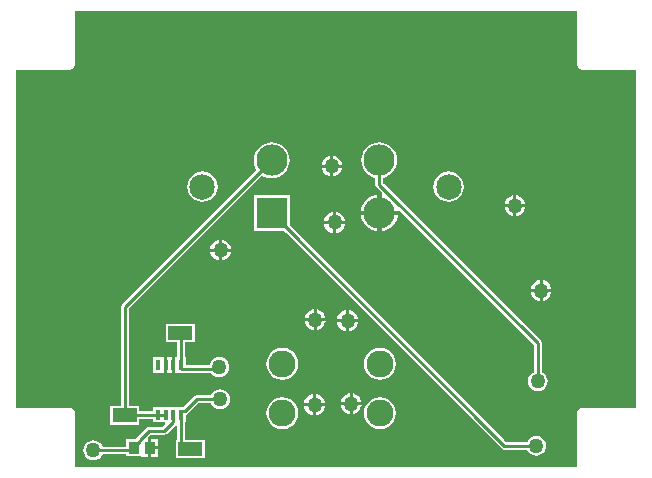
<source format=gtl>
G04*
G04 #@! TF.GenerationSoftware,Altium Limited,Altium Designer,19.1.8 (144)*
G04*
G04 Layer_Physical_Order=1*
G04 Layer_Color=255*
%FSLAX25Y25*%
%MOIN*%
G70*
G01*
G75*
%ADD14C,0.01000*%
%ADD16R,0.08071X0.04528*%
%ADD17R,0.03543X0.03937*%
%ADD18R,0.01654X0.03500*%
%ADD27C,0.09000*%
%ADD28C,0.10394*%
%ADD29C,0.08504*%
%ADD30R,0.10394X0.10394*%
%ADD31C,0.05000*%
G36*
X188786Y135315D02*
X188902Y134730D01*
X189234Y134234D01*
X189730Y133902D01*
X190315Y133786D01*
X208471D01*
Y21214D01*
X190315D01*
X189730Y21098D01*
X189234Y20766D01*
X188902Y20270D01*
X188786Y19685D01*
Y1529D01*
X21214D01*
Y19685D01*
X21098Y20270D01*
X20766Y20766D01*
X20270Y21098D01*
X19685Y21214D01*
X1529D01*
Y133786D01*
X19685D01*
X20270Y133902D01*
X20766Y134234D01*
X21098Y134730D01*
X21214Y135315D01*
Y153471D01*
X188786D01*
Y135315D01*
D02*
G37*
%LPC*%
G36*
X107500Y105164D02*
Y102200D01*
X110464D01*
X110410Y102614D01*
X110057Y103465D01*
X109496Y104196D01*
X108765Y104757D01*
X107914Y105110D01*
X107500Y105164D01*
D02*
G37*
G36*
X106500D02*
X106086Y105110D01*
X105235Y104757D01*
X104504Y104196D01*
X103943Y103465D01*
X103590Y102614D01*
X103536Y102200D01*
X106500D01*
Y105164D01*
D02*
G37*
G36*
X110464Y101200D02*
X107500D01*
Y98236D01*
X107914Y98290D01*
X108765Y98643D01*
X109496Y99204D01*
X110057Y99935D01*
X110410Y100786D01*
X110464Y101200D01*
D02*
G37*
G36*
X106500D02*
X103536D01*
X103590Y100786D01*
X103943Y99935D01*
X104504Y99204D01*
X105235Y98643D01*
X106086Y98290D01*
X106500Y98236D01*
Y101200D01*
D02*
G37*
G36*
X86895Y109626D02*
X85719Y109510D01*
X84588Y109167D01*
X83547Y108610D01*
X82634Y107861D01*
X81884Y106948D01*
X81327Y105906D01*
X80984Y104776D01*
X80869Y103600D01*
X80984Y102424D01*
X81327Y101294D01*
X81810Y100390D01*
X37163Y55743D01*
X36875Y55313D01*
X36775Y54805D01*
Y21664D01*
X33065D01*
Y15536D01*
X42735D01*
Y17485D01*
X47435D01*
Y16261D01*
X51241D01*
X51432Y15799D01*
X50424Y14790D01*
X46061D01*
X45553Y14689D01*
X45123Y14402D01*
X42049Y11327D01*
X41761Y10897D01*
X41710Y10639D01*
X41640Y10569D01*
X38371D01*
Y8225D01*
X30523D01*
X30382Y8564D01*
X29854Y9254D01*
X29164Y9783D01*
X28361Y10115D01*
X27500Y10228D01*
X26638Y10115D01*
X25836Y9783D01*
X25146Y9254D01*
X24617Y8564D01*
X24285Y7762D01*
X24171Y6900D01*
X24285Y6038D01*
X24617Y5236D01*
X25146Y4546D01*
X25836Y4017D01*
X26638Y3685D01*
X27500Y3571D01*
X28361Y3685D01*
X29164Y4017D01*
X29854Y4546D01*
X30382Y5236D01*
X30523Y5574D01*
X38371D01*
Y5032D01*
X43486D01*
Y4831D01*
X45757D01*
Y7800D01*
Y11094D01*
X45701Y11230D01*
X46610Y12139D01*
X50972D01*
X51480Y12240D01*
X51910Y12527D01*
X54884Y15502D01*
X54913Y15545D01*
X55413Y15393D01*
Y10364D01*
X54865D01*
Y4236D01*
X64535D01*
Y10364D01*
X58064D01*
Y16261D01*
X58365D01*
Y18810D01*
X58496Y18836D01*
X58926Y19123D01*
X62477Y22674D01*
X66677D01*
X66817Y22336D01*
X67346Y21646D01*
X68036Y21117D01*
X68839Y20785D01*
X69700Y20672D01*
X70561Y20785D01*
X71364Y21117D01*
X72054Y21646D01*
X72583Y22336D01*
X72915Y23138D01*
X73028Y24000D01*
X72915Y24861D01*
X72583Y25664D01*
X72054Y26354D01*
X71364Y26882D01*
X70561Y27215D01*
X69700Y27329D01*
X68839Y27215D01*
X68036Y26882D01*
X67346Y26354D01*
X66817Y25664D01*
X66677Y25326D01*
X61928D01*
X61421Y25225D01*
X60991Y24937D01*
X57440Y21386D01*
X57065D01*
X56937Y21361D01*
X47435D01*
Y20136D01*
X42735D01*
Y21664D01*
X39426D01*
Y54256D01*
X83685Y98516D01*
X84588Y98033D01*
X85719Y97690D01*
X86895Y97574D01*
X88070Y97690D01*
X89201Y98033D01*
X90242Y98590D01*
X91155Y99339D01*
X91905Y100252D01*
X92462Y101294D01*
X92805Y102424D01*
X92920Y103600D01*
X92805Y104776D01*
X92462Y105906D01*
X91905Y106948D01*
X91155Y107861D01*
X90242Y108610D01*
X89201Y109167D01*
X88070Y109510D01*
X86895Y109626D01*
D02*
G37*
G36*
X145855Y99928D02*
X144536Y99754D01*
X143307Y99245D01*
X142252Y98435D01*
X141442Y97380D01*
X140933Y96151D01*
X140760Y94832D01*
X140933Y93514D01*
X141442Y92285D01*
X142252Y91229D01*
X143307Y90419D01*
X144536Y89910D01*
X145855Y89737D01*
X147174Y89910D01*
X148403Y90419D01*
X149458Y91229D01*
X150268Y92285D01*
X150777Y93514D01*
X150951Y94832D01*
X150777Y96151D01*
X150268Y97380D01*
X149458Y98435D01*
X148403Y99245D01*
X147174Y99754D01*
X145855Y99928D01*
D02*
G37*
G36*
X63847D02*
X62528Y99754D01*
X61300Y99245D01*
X60244Y98435D01*
X59434Y97380D01*
X58925Y96151D01*
X58752Y94832D01*
X58925Y93514D01*
X59434Y92285D01*
X60244Y91229D01*
X61300Y90419D01*
X62528Y89910D01*
X63847Y89737D01*
X65166Y89910D01*
X66395Y90419D01*
X67450Y91229D01*
X68260Y92285D01*
X68769Y93514D01*
X68943Y94832D01*
X68769Y96151D01*
X68260Y97380D01*
X67450Y98435D01*
X66395Y99245D01*
X65166Y99754D01*
X63847Y99928D01*
D02*
G37*
G36*
X168500Y91964D02*
Y89000D01*
X171464D01*
X171410Y89414D01*
X171057Y90265D01*
X170496Y90996D01*
X169765Y91557D01*
X168914Y91910D01*
X168500Y91964D01*
D02*
G37*
G36*
X167500D02*
X167086Y91910D01*
X166235Y91557D01*
X165504Y90996D01*
X164943Y90265D01*
X164590Y89414D01*
X164536Y89000D01*
X167500D01*
Y91964D01*
D02*
G37*
G36*
X122050Y92233D02*
X121585Y92188D01*
X120417Y91833D01*
X119341Y91258D01*
X118397Y90483D01*
X117623Y89540D01*
X117047Y88463D01*
X116693Y87295D01*
X116647Y86830D01*
X122050D01*
Y92233D01*
D02*
G37*
G36*
X171464Y88000D02*
X168500D01*
Y85036D01*
X168914Y85090D01*
X169765Y85443D01*
X170496Y86004D01*
X171057Y86735D01*
X171410Y87586D01*
X171464Y88000D01*
D02*
G37*
G36*
X167500D02*
X164536D01*
X164590Y87586D01*
X164943Y86735D01*
X165504Y86004D01*
X166235Y85443D01*
X167086Y85090D01*
X167500Y85036D01*
Y88000D01*
D02*
G37*
G36*
X108400Y86364D02*
Y83400D01*
X111364D01*
X111310Y83814D01*
X110957Y84665D01*
X110396Y85396D01*
X109665Y85957D01*
X108814Y86310D01*
X108400Y86364D01*
D02*
G37*
G36*
X107400D02*
X106986Y86310D01*
X106135Y85957D01*
X105404Y85396D01*
X104843Y84665D01*
X104490Y83814D01*
X104436Y83400D01*
X107400D01*
Y86364D01*
D02*
G37*
G36*
X128953Y85330D02*
X123550D01*
Y79927D01*
X124015Y79973D01*
X125183Y80327D01*
X126259Y80903D01*
X127203Y81677D01*
X127977Y82621D01*
X128553Y83697D01*
X128907Y84865D01*
X128953Y85330D01*
D02*
G37*
G36*
X122050D02*
X116647D01*
X116693Y84865D01*
X117047Y83697D01*
X117623Y82621D01*
X118397Y81677D01*
X119341Y80903D01*
X120417Y80327D01*
X121585Y79973D01*
X122050Y79927D01*
Y85330D01*
D02*
G37*
G36*
X111364Y82400D02*
X108400D01*
Y79436D01*
X108814Y79490D01*
X109665Y79843D01*
X110396Y80404D01*
X110957Y81135D01*
X111310Y81986D01*
X111364Y82400D01*
D02*
G37*
G36*
X107400D02*
X104436D01*
X104490Y81986D01*
X104843Y81135D01*
X105404Y80404D01*
X106135Y79843D01*
X106986Y79490D01*
X107400Y79436D01*
Y82400D01*
D02*
G37*
G36*
X70400Y77164D02*
Y74200D01*
X73364D01*
X73310Y74614D01*
X72957Y75465D01*
X72396Y76196D01*
X71665Y76757D01*
X70814Y77110D01*
X70400Y77164D01*
D02*
G37*
G36*
X69400D02*
X68986Y77110D01*
X68135Y76757D01*
X67404Y76196D01*
X66843Y75465D01*
X66490Y74614D01*
X66436Y74200D01*
X69400D01*
Y77164D01*
D02*
G37*
G36*
X73364Y73200D02*
X70400D01*
Y70236D01*
X70814Y70290D01*
X71665Y70643D01*
X72396Y71204D01*
X72957Y71935D01*
X73310Y72786D01*
X73364Y73200D01*
D02*
G37*
G36*
X69400D02*
X66436D01*
X66490Y72786D01*
X66843Y71935D01*
X67404Y71204D01*
X68135Y70643D01*
X68986Y70290D01*
X69400Y70236D01*
Y73200D01*
D02*
G37*
G36*
X177200Y63664D02*
Y60700D01*
X180164D01*
X180110Y61114D01*
X179757Y61965D01*
X179196Y62696D01*
X178465Y63257D01*
X177614Y63610D01*
X177200Y63664D01*
D02*
G37*
G36*
X176200D02*
X175786Y63610D01*
X174935Y63257D01*
X174204Y62696D01*
X173643Y61965D01*
X173290Y61114D01*
X173236Y60700D01*
X176200D01*
Y63664D01*
D02*
G37*
G36*
X180164Y59700D02*
X177200D01*
Y56736D01*
X177614Y56790D01*
X178465Y57143D01*
X179196Y57704D01*
X179757Y58435D01*
X180110Y59286D01*
X180164Y59700D01*
D02*
G37*
G36*
X176200D02*
X173236D01*
X173290Y59286D01*
X173643Y58435D01*
X174204Y57704D01*
X174935Y57143D01*
X175786Y56790D01*
X176200Y56736D01*
Y59700D01*
D02*
G37*
G36*
X101900Y53964D02*
Y51000D01*
X104864D01*
X104810Y51414D01*
X104457Y52265D01*
X103896Y52996D01*
X103165Y53557D01*
X102314Y53910D01*
X101900Y53964D01*
D02*
G37*
G36*
X100900D02*
X100486Y53910D01*
X99635Y53557D01*
X98904Y52996D01*
X98343Y52265D01*
X97990Y51414D01*
X97936Y51000D01*
X100900D01*
Y53964D01*
D02*
G37*
G36*
X112700Y53664D02*
Y50700D01*
X115664D01*
X115610Y51114D01*
X115257Y51965D01*
X114696Y52696D01*
X113965Y53257D01*
X113114Y53610D01*
X112700Y53664D01*
D02*
G37*
G36*
X111700D02*
X111286Y53610D01*
X110435Y53257D01*
X109704Y52696D01*
X109143Y51965D01*
X108790Y51114D01*
X108736Y50700D01*
X111700D01*
Y53664D01*
D02*
G37*
G36*
X104864Y50000D02*
X101900D01*
Y47036D01*
X102314Y47090D01*
X103165Y47443D01*
X103896Y48004D01*
X104457Y48735D01*
X104810Y49586D01*
X104864Y50000D01*
D02*
G37*
G36*
X100900D02*
X97936D01*
X97990Y49586D01*
X98343Y48735D01*
X98904Y48004D01*
X99635Y47443D01*
X100486Y47090D01*
X100900Y47036D01*
Y50000D01*
D02*
G37*
G36*
X115664Y49700D02*
X112700D01*
Y46736D01*
X113114Y46790D01*
X113965Y47143D01*
X114696Y47704D01*
X115257Y48435D01*
X115610Y49286D01*
X115664Y49700D01*
D02*
G37*
G36*
X111700D02*
X108736D01*
X108790Y49286D01*
X109143Y48435D01*
X109704Y47704D01*
X110435Y47143D01*
X111286Y46790D01*
X111700Y46736D01*
Y49700D01*
D02*
G37*
G36*
X53680Y38139D02*
X52121D01*
Y35389D01*
Y32639D01*
X53680D01*
Y35389D01*
Y38139D01*
D02*
G37*
G36*
X51121D02*
X49794D01*
Y37939D01*
X47435D01*
Y32839D01*
X49794D01*
Y32639D01*
X51121D01*
Y35389D01*
Y38139D01*
D02*
G37*
G36*
X61205Y49194D02*
X51534D01*
Y43067D01*
X55413D01*
Y38139D01*
X54680D01*
Y35389D01*
Y32639D01*
X56006D01*
Y32839D01*
X56937D01*
X57065Y32814D01*
X66788D01*
X67146Y32346D01*
X67836Y31817D01*
X68638Y31485D01*
X69500Y31372D01*
X70362Y31485D01*
X71164Y31817D01*
X71854Y32346D01*
X72383Y33036D01*
X72715Y33838D01*
X72829Y34700D01*
X72715Y35561D01*
X72383Y36364D01*
X71854Y37054D01*
X71164Y37582D01*
X70362Y37915D01*
X69500Y38028D01*
X68638Y37915D01*
X67836Y37582D01*
X67146Y37054D01*
X66617Y36364D01*
X66285Y35561D01*
X66272Y35465D01*
X58365D01*
Y37939D01*
X58064D01*
Y43067D01*
X61205D01*
Y49194D01*
D02*
G37*
G36*
X123000Y41146D02*
X121616Y40964D01*
X120327Y40429D01*
X119220Y39580D01*
X118370Y38473D01*
X117836Y37184D01*
X117654Y35800D01*
X117836Y34416D01*
X118370Y33127D01*
X119220Y32020D01*
X120327Y31170D01*
X121616Y30636D01*
X123000Y30454D01*
X124384Y30636D01*
X125673Y31170D01*
X126780Y32020D01*
X127629Y33127D01*
X128164Y34416D01*
X128346Y35800D01*
X128164Y37184D01*
X127629Y38473D01*
X126780Y39580D01*
X125673Y40429D01*
X124384Y40964D01*
X123000Y41146D01*
D02*
G37*
G36*
X90500D02*
X89116Y40964D01*
X87827Y40429D01*
X86720Y39580D01*
X85870Y38473D01*
X85336Y37184D01*
X85154Y35800D01*
X85336Y34416D01*
X85870Y33127D01*
X86720Y32020D01*
X87827Y31170D01*
X89116Y30636D01*
X90500Y30454D01*
X91884Y30636D01*
X93173Y31170D01*
X94280Y32020D01*
X95130Y33127D01*
X95664Y34416D01*
X95846Y35800D01*
X95664Y37184D01*
X95130Y38473D01*
X94280Y39580D01*
X93173Y40429D01*
X91884Y40964D01*
X90500Y41146D01*
D02*
G37*
G36*
X122800Y109626D02*
X121624Y109510D01*
X120494Y109167D01*
X119452Y108610D01*
X118539Y107861D01*
X117790Y106948D01*
X117233Y105906D01*
X116890Y104776D01*
X116774Y103600D01*
X116890Y102424D01*
X117233Y101294D01*
X117790Y100252D01*
X118539Y99339D01*
X119452Y98590D01*
X120494Y98033D01*
X121475Y97735D01*
Y95551D01*
X121575Y95044D01*
X121863Y94614D01*
X123762Y92715D01*
X123550Y92267D01*
Y86830D01*
X128987D01*
X129435Y87042D01*
X174275Y42202D01*
Y33023D01*
X173936Y32882D01*
X173246Y32354D01*
X172717Y31664D01*
X172385Y30861D01*
X172272Y30000D01*
X172385Y29138D01*
X172717Y28336D01*
X173246Y27646D01*
X173936Y27117D01*
X174739Y26785D01*
X175600Y26671D01*
X176462Y26785D01*
X177264Y27117D01*
X177954Y27646D01*
X178482Y28336D01*
X178815Y29138D01*
X178928Y30000D01*
X178815Y30861D01*
X178482Y31664D01*
X177954Y32354D01*
X177264Y32882D01*
X176926Y33023D01*
Y42751D01*
X176825Y43258D01*
X176537Y43688D01*
X124126Y96100D01*
Y97735D01*
X125106Y98033D01*
X126148Y98590D01*
X127061Y99339D01*
X127810Y100252D01*
X128367Y101294D01*
X128710Y102424D01*
X128826Y103600D01*
X128710Y104776D01*
X128367Y105906D01*
X127810Y106948D01*
X127061Y107861D01*
X126148Y108610D01*
X125106Y109167D01*
X123976Y109510D01*
X122800Y109626D01*
D02*
G37*
G36*
X113900Y25964D02*
Y23000D01*
X116864D01*
X116810Y23414D01*
X116457Y24265D01*
X115896Y24996D01*
X115165Y25557D01*
X114314Y25910D01*
X113900Y25964D01*
D02*
G37*
G36*
X112900D02*
X112486Y25910D01*
X111635Y25557D01*
X110904Y24996D01*
X110343Y24265D01*
X109990Y23414D01*
X109936Y23000D01*
X112900D01*
Y25964D01*
D02*
G37*
G36*
X101700Y25664D02*
Y22700D01*
X104664D01*
X104610Y23114D01*
X104257Y23965D01*
X103696Y24696D01*
X102965Y25257D01*
X102114Y25610D01*
X101700Y25664D01*
D02*
G37*
G36*
X100700D02*
X100286Y25610D01*
X99435Y25257D01*
X98704Y24696D01*
X98143Y23965D01*
X97790Y23114D01*
X97736Y22700D01*
X100700D01*
Y25664D01*
D02*
G37*
G36*
X116864Y22000D02*
X113900D01*
Y19036D01*
X114314Y19090D01*
X115165Y19443D01*
X115896Y20004D01*
X116457Y20735D01*
X116810Y21586D01*
X116864Y22000D01*
D02*
G37*
G36*
X112900D02*
X109936D01*
X109990Y21586D01*
X110343Y20735D01*
X110904Y20004D01*
X111635Y19443D01*
X112486Y19090D01*
X112900Y19036D01*
Y22000D01*
D02*
G37*
G36*
X104664Y21700D02*
X101700D01*
Y18736D01*
X102114Y18790D01*
X102965Y19143D01*
X103696Y19704D01*
X104257Y20435D01*
X104610Y21286D01*
X104664Y21700D01*
D02*
G37*
G36*
X100700D02*
X97736D01*
X97790Y21286D01*
X98143Y20435D01*
X98704Y19704D01*
X99435Y19143D01*
X100286Y18790D01*
X100700Y18736D01*
Y21700D01*
D02*
G37*
G36*
X123000Y24646D02*
X121616Y24464D01*
X120327Y23930D01*
X119220Y23080D01*
X118370Y21973D01*
X117836Y20684D01*
X117654Y19300D01*
X117836Y17916D01*
X118370Y16627D01*
X119220Y15520D01*
X120327Y14671D01*
X121616Y14136D01*
X123000Y13954D01*
X124384Y14136D01*
X125673Y14671D01*
X126780Y15520D01*
X127629Y16627D01*
X128164Y17916D01*
X128346Y19300D01*
X128164Y20684D01*
X127629Y21973D01*
X126780Y23080D01*
X125673Y23930D01*
X124384Y24464D01*
X123000Y24646D01*
D02*
G37*
G36*
X90500D02*
X89116Y24464D01*
X87827Y23930D01*
X86720Y23080D01*
X85870Y21973D01*
X85336Y20684D01*
X85154Y19300D01*
X85336Y17916D01*
X85870Y16627D01*
X86720Y15520D01*
X87827Y14671D01*
X89116Y14136D01*
X90500Y13954D01*
X91884Y14136D01*
X93173Y14671D01*
X94280Y15520D01*
X95130Y16627D01*
X95664Y17916D01*
X95846Y19300D01*
X95664Y20684D01*
X95130Y21973D01*
X94280Y23080D01*
X93173Y23930D01*
X91884Y24464D01*
X90500Y24646D01*
D02*
G37*
G36*
X49029Y10768D02*
X46758D01*
Y8300D01*
X49029D01*
Y10768D01*
D02*
G37*
G36*
X92891Y92077D02*
X80898D01*
Y80084D01*
X91017D01*
X163538Y7563D01*
X163968Y7275D01*
X164475Y7175D01*
X172077D01*
X172218Y6836D01*
X172746Y6146D01*
X173436Y5618D01*
X174239Y5285D01*
X175100Y5172D01*
X175961Y5285D01*
X176764Y5618D01*
X177454Y6146D01*
X177982Y6836D01*
X178315Y7638D01*
X178428Y8500D01*
X178315Y9362D01*
X177982Y10164D01*
X177454Y10854D01*
X176764Y11383D01*
X175961Y11715D01*
X175100Y11829D01*
X174239Y11715D01*
X173436Y11383D01*
X172746Y10854D01*
X172218Y10164D01*
X172077Y9826D01*
X165024D01*
X92891Y81958D01*
Y92077D01*
D02*
G37*
G36*
X49029Y7300D02*
X46758D01*
Y4831D01*
X49029D01*
Y7300D01*
D02*
G37*
%LPD*%
D14*
X57065Y34139D02*
X68939D01*
X69500Y34700D01*
X56739Y34466D02*
X57065Y34139D01*
X27500Y6900D02*
X41943D01*
X42986Y10390D02*
X46061Y13465D01*
X42986Y10040D02*
Y10390D01*
X40942Y7997D02*
X42986Y10040D01*
X40942Y7800D02*
Y7997D01*
X46061Y13465D02*
X50972D01*
X53947Y16439D01*
Y18578D01*
X54180Y18811D01*
X86895Y86080D02*
X164475Y8500D01*
X175100D01*
X38100Y54805D02*
X86895Y103600D01*
X38100Y18800D02*
Y54805D01*
X38111Y18811D02*
X49061D01*
X38100Y18800D02*
X38111Y18811D01*
X37900Y18600D02*
X38100Y18800D01*
X175600Y30000D02*
Y42751D01*
X122800Y95551D02*
X175600Y42751D01*
X122800Y95551D02*
Y103600D01*
X56000Y46500D02*
X56739Y45761D01*
Y35389D02*
Y45761D01*
Y34466D02*
Y35389D01*
X49061Y18811D02*
X51621D01*
X58502Y7700D02*
X59400D01*
X56739Y9464D02*
X58502Y7700D01*
X56739Y9464D02*
Y18811D01*
X57989Y20061D02*
X61928Y24000D01*
X57065Y20061D02*
X57989D01*
X56739Y19734D02*
X57065Y20061D01*
X56739Y18811D02*
Y19734D01*
X61928Y24000D02*
X69700D01*
D16*
X59700Y7300D02*
D03*
X37900Y18600D02*
D03*
X56369Y46131D02*
D03*
D17*
X40942Y7800D02*
D03*
X46257D02*
D03*
D18*
X49061Y18811D02*
D03*
X51621D02*
D03*
X54180D02*
D03*
X56739D02*
D03*
X49061Y35389D02*
D03*
X51621D02*
D03*
X54180D02*
D03*
X56739D02*
D03*
D27*
X90500Y35800D02*
D03*
Y19300D02*
D03*
X123000Y35800D02*
D03*
Y19300D02*
D03*
D28*
X86895Y103600D02*
D03*
X122800D02*
D03*
Y86080D02*
D03*
D29*
X63847Y94832D02*
D03*
X145855D02*
D03*
D30*
X86895Y86080D02*
D03*
D31*
X69900Y73700D02*
D03*
X168000Y88500D02*
D03*
X107000Y101700D02*
D03*
X107900Y82900D02*
D03*
X112200Y50200D02*
D03*
X101200Y22200D02*
D03*
X113400Y22500D02*
D03*
X101400Y50500D02*
D03*
X176700Y60200D02*
D03*
X69500Y34700D02*
D03*
X27500Y6900D02*
D03*
X69700Y24000D02*
D03*
X175600Y30000D02*
D03*
X175100Y8500D02*
D03*
M02*

</source>
